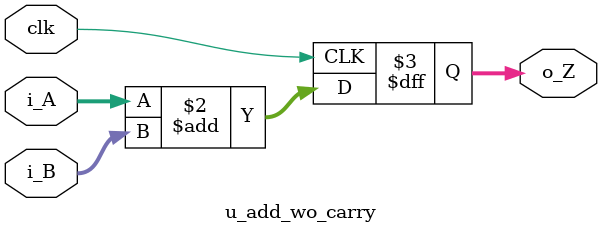
<source format=v>
/*brief: module that returns the sum of the inputs without the carry bit*/
module u_add_wo_carry(input clk, input [4-1:0] i_A,input [4-1:0] i_B, output reg [4-1:0] o_Z);
	
	always@(posedge clk) begin
		o_Z <= i_A + i_B;
	end

endmodule
</source>
